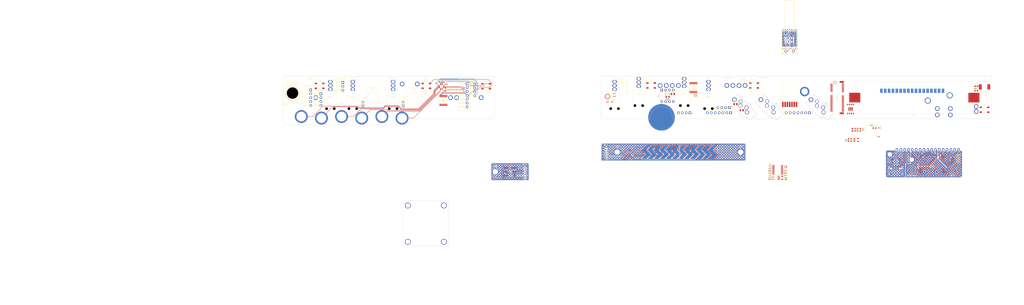
<source format=kicad_pcb>
(kicad_pcb (version 20211014) (generator pcbnew)
  (layers (0 "F.Cu" signal) (31 "B.Cu" signal) (34 "B.Paste" user) (35 "F.Paste" user) (36 "B.SilkS" user "B.Silkscreen") (37 "F.SilkS" user "F.Silkscreen") (38 "B.Mask" user) (39 "F.Mask" user) (44 "Edge.Cuts" user))
  (net 0 "")
  (net 5 "Net-(C10-Pad1)")
  (net 6 "/MainBoard/power/batt+")
  (net 7 "/MainBoard/main_gnd")
  (net 8 "/MainBoard/main_3v3")
  (net 9 "Net-(C2-Pad1)")
  (net 10 "/LHBoard/lh_gnd")
  (net 11 "Net-(C15-Pad1)")
  (net 12 "Net-(D6-Pad2)")
  (net 13 "Net-(D1-Pad2)")
  (net 14 "Net-(D1-Pad1)")
  (net 15 "Net-(R1-Pad2)")
  (net 16 "Net-(R2-Pad2)")
  (net 17 "Net-(R3-Pad2)")
  (net 18 "Net-(R5-Pad1)")
  (net 19 "Net-(R4-Pad1)")
  (net 20 "Net-(C4-Pad1)")
  (net 21 "Net-(C4-Pad2)")
  (net 22 "Net-(IC2-Pad5)")
  (net 23 "Net-(IC2-Pad7)")
  (net 24 "Net-(C5-Pad2)")
  (net 25 "Net-(IC1-Pad4)")
  (net 26 "Net-(IC1-Pad5)")
  (net 27 "Net-(IC1-Pad6)")
  (net 28 "Net-(IC1-Pad7)")
  (net 29 "/MainBoard/DAC/Lout")
  (net 30 "/MainBoard/DAC/D3v3")
  (net 31 "/MainBoard/DAC/Rout")
  (net 32 "/MainBoard/DAC/a3v3")
  (net 33 "/MainBoard/main_5v")
  (net 34 "/MainBoard/power/5v reg out")
  (net 35 "Net-(C19-Pad1)")
  (net 36 "Net-(C27-Pad1)")
  (net 37 "/LHBoard/lh_3v3")
  (net 38 "Net-(C31-Pad1)")
  (net 39 "/Pitchboard/pitch_gnd")
  (net 42 "/Pitchboard/pitch_3v3")
  (net 44 "Net-(C5-Pad1)")
  (net 45 "/MainBoard/TX2_WS2812_DATA")
  (net 46 "Net-(D7-Pad2)")
  (net 47 "Net-(D17-Pad2)")
  (net 48 "/MainBoard/main usb 5v in")
  (net 49 "/USBSocket/GND_USB")
  (net 50 "/USBSocket/usb bus 5v in")
  (net 51 "/USBSocket/USB data in +")
  (net 52 "/USBSocket/USB data in -")
  (net 53 "/microSD/sdio_cs")
  (net 54 "Net-(D16-Pad2)")
  (net 55 "Net-(D25-Pad2)")
  (net 56 "/MainBoard/i2c0_scl")
  (net 57 "/MainBoard/i2c0_sda")
  (net 58 "Net-(IC3-Pad4)")
  (net 59 "Net-(IC3-Pad5)")
  (net 60 "Net-(IC3-Pad6)")
  (net 61 "Net-(IC3-Pad7)")
  (net 62 "Net-(IC3-Pad9)")
  (net 63 "Net-(IC3-Pad10)")
  (net 64 "Net-(IC3-Pad11)")
  (net 65 "/MainBoard/ws2812 data out to LH")
  (net 67 "/LHBoard/lh_sck")
  (net 68 "/LHBoard/lh_sda")
  (net 70 "Net-(J3-Pad4)")
  (net 72 "Net-(J4-Pad2)")
  (net 74 "Net-(J4-Pad4)")
  (net 76 "Net-(J5-PadA5)")
  (net 77 "/MainBoard/USB data in +")
  (net 78 "/MainBoard/USB data in -")
  (net 79 "Net-(J5-PadB5)")
  (net 80 "Net-(J8-Pad2)")
  (net 81 "Net-(J8-Pad3)")
  (net 82 "Net-(J8-Pad4)")
  (net 83 "Net-(J8-Pad5)")
  (net 84 "Net-(J8-Pad6)")
  (net 85 "Net-(J8-Pad7)")
  (net 86 "Net-(J8-Pad8)")
  (net 87 "Net-(J8-Pad9)")
  (net 88 "Net-(J8-Pad10)")
  (net 89 "Net-(J8-Pad11)")
  (net 91 "/MainBoard/sdio_cs")
  (net 92 "/MainBoard/sdio_mosi")
  (net 93 "/MainBoard/sdio_clock")
  (net 94 "/MainBoard/sdio_miso")
  (net 97 "/MainBoard/DAC/AGND")
  (net 100 "/MainBoard/i2s_lrck")
  (net 101 "/MainBoard/i2s_din")
  (net 102 "/MainBoard/i2s_bck")
  (net 103 "/MainBoard/RX1=MIDI IN")
  (net 104 "/MainBoard/TX1=MIDI OUT")
  (net 105 "/microSD/sdio_mosi")
  (net 106 "Net-(R15-Pad1)")
  (net 107 "Net-(R16-Pad1)")
  (net 108 "Net-(R19-Pad1)")
  (net 109 "Net-(R20-Pad1)")
  (net 110 "Net-(R35-Pad1)")
  (net 111 "Net-(R36-Pad1)")
  (net 112 "/LHBoard/encoder SW")
  (net 113 "/LHBoard/encoder B")
  (net 114 "/LHBoard/encoder A")
  (net 115 "/PressureBoard/pressure_gnd")
  (net 116 "/PressureBoard/pressure_3v3")
  (net 119 "/PressureBoard/pressure_sda")
  (net 120 "/PressureBoard/pressure_sck")
  (net 125 "/microSD/3v3")
  (net 134 "/MainBoard/ENC_A")
  (net 136 "/MainBoard/ENC_B")
  (net 138 "/MainBoard/oled_dc")
  (net 140 "/MainBoard/oled_res")
  (net 145 "/MainBoard/oled_cs")
  (net 146 "/MainBoard/spi0_sck")
  (net 148 "/MainBoard/spi0_sda")
  (net 164 "Net-(J6-Pad1)")
  (net 165 "Net-(J6-Pad2)")
  (net 166 "Net-(J6-Pad3)")
  (net 167 "Net-(J6-Pad4)")
  (net 176 "Net-(J18-Pad1)")
  (net 177 "Net-(J18-Pad2)")
  (net 178 "Net-(J18-Pad3)")
  (net 179 "Net-(J18-Pad4)")
  (net 180 "Net-(U10-Pad12)")
  (net 181 "Net-(U10-Pad13)")
  (net 182 "Net-(U10-Pad14)")
  (net 183 "Net-(U10-Pad15)")
  (net 184 "Net-(U10-Pad16)")
  (net 185 "Net-(U10-Pad17)")
  (net 188 "/Pitchboard/pitch_sck")
  (net 189 "/Pitchboard/pitch_sda")
  (net 192 "Net-(U13-Pad2)")
  (net 193 "Net-(U13-Pad3)")
  (net 194 "Net-(U13-Pad7)")
  (net 195 "Net-(U13-Pad8)")
  (net 196 "Net-(J15-Pad3)")
  (net 197 "Net-(U13-Pad5)")
  (net 198 "Net-(U13-Pad6)")
  (net 199 "Net-(J15-Pad4)")
  (net 200 "/LHBoard/ws2812 data from main")
  (net 202 "/microSD/sdio_clock")
  (net 203 "/microSD/gnd")
  (net 204 "/microSD/sdio_miso")
  (net 205 "Net-(SW1-Pad2)")
  (net 206 "Net-(J13-Pad12)")
  (net 207 "Net-(J13-Pad13)")
  (net 208 "Net-(J13-Pad14)")
  (net 209 "/MainBoard/main_batt_key_1")
  (net 210 "/MainBoard/main_program_switch_1")
  (net 211 "/MainBoard/main_batt_led1")
  (net 212 "/MainBoard/main_batt_led2")
  (net 213 "/MainBoard/main_batt_led3")
  (net 214 "Net-(D2-Pad1)")
  (net 215 "Net-(D2-Pad2)")
  (net 216 "Net-(D4-Pad2)")
  (net 217 "/POT GND")
  (footprint "Resistor_SMD:R_0402_1005Metric" (layer "F.Cu") (at -237.361132 229.606076 -90)
    (fp_text reference "R17")
    (fp_text value "4.7k")
  )
  (footprint "Capacitor_SMD:C_0402_1005Metric" (layer "F.Cu") (at -116.561132 251.206076)
    (fp_text reference "C16")
    (fp_text value "10uF")
  )
  (footprint "Capacitor_SMD:C_0402_1005Metric" (layer "F.Cu") (at -284.439196 271.397034 180)
    (fp_text reference "C31" hide)
    (fp_text value "0.1uF")
  )
  (footprint "Capacitor_SMD:C_0402_1005Metric" (layer "F.Cu") (at -403.176696 226.997034)
    (fp_text reference "C29")
    (fp_text value "0.1uF")
  )
  (footprint "MountingHole:MountingHole_2.7mm_M2.5" (layer "F.Cu") (at -201.251696 231.197034)
    (fp_text reference "H7")
    (fp_text value "MountingHole")
  )
  (footprint "MountingHole:MountingHole_2.7mm_M2.5" (layer "F.Cu") (at -208.139196 267.197034)
    (fp_text reference "H3")
    (fp_text value "MountingHole")
  )
  (footprint "Resistor_SMD:R_0402_1005Metric" (layer "F.Cu") (at -188.861132 281.406076)
    (fp_text reference "R5")
    (fp_text value "470R")
  )
  (footprint "clarinoid2:MB2511S2G45" (layer "F.Cu") (at -291.389196 225.762034)
    (fp_text reference "SW2")
    (fp_text value "sw_RHx1")
  )
  (footprint "SamacSys_Parts:SOP65P640X110-16N" (layer "F.Cu") (at -404.376696 233.097034 90)
    (fp_text reference "IC3")
    (fp_text value "PCA9554APW,118" hide)
  )
  (footprint "SamacSys_Parts:ABPMAND001PG2A3" (layer "F.Cu") (at -360.341025 280.113183 -90)
    (fp_text reference "U1")
    (fp_text value "Pressure1_0x28_I2C0" hide)
  )
  (footprint "Capacitor_SMD:C_0603_1608Metric" (layer "F.Cu") (at -129.161132 252.406076 -90)
    (fp_text reference "C25")
    (fp_text value "22uF")
  )
  (footprint "SamacSys_Parts:PTR902-2020K-A103" (layer "F.Cu") (at -175.861132 186.881076 90)
    (fp_text reference "U13")
    (fp_text value "stereo pot w switch sub-board" hide)
  )
  (footprint "Connector_PinHeader_2.54mm:PinHeader_1x05_P2.54mm_Vertical" (layer "F.Cu") (at -491.975915 226.140034)
    (fp_text reference "J21" hide)
    (fp_text value "encoder header")
  )
  (footprint "Capacitor_SMD:C_0402_1005Metric" (layer "F.Cu") (at -186.661132 283.606076)
    (fp_text reference "C13")
    (fp_text value "0.1uF")
  )
  (footprint "Capacitor_SMD:C_0603_1608Metric" (layer "F.Cu") (at -130.961132 252.381076 -90)
    (fp_text reference "C24")
    (fp_text value "22uF")
  )
  (footprint "Resistor_SMD:R_0402_1005Metric" (layer "F.Cu") (at -117.061132 257.006076)
    (fp_text reference "R11")
    (fp_text value "10k")
  )
  (footprint "NetTie:NetTie-2_SMD_Pad0.5mm" (layer "F.Cu") (at -178.261132 285.306076)
    (fp_text reference "NT2")
    (fp_text value "NetTie_2")
  )
  (footprint "clarinoid2:SSD1306_128x64_approximate" (layer "F.Cu") (at -460.266132 300.001076)
    (fp_text reference "U17" hide)
    (fp_text value "OLED graphic")
  )
  (footprint "clarinoid2:Bourns_POT_PTR902-2020K-A103 Panel subboard template" (layer "F.Cu") (at -173.361132 191.881076)
    (fp_text reference "U14")
    (fp_text value "stereo pot subboard template")
  )
  (footprint "SamacSys_Parts:SOIC127P599X155-9N" (layer "F.Cu") (at -135.551696 238.706076 -90)
    (fp_text reference "IC2")
    (fp_text value "Injoinic IP5306 battery charge" hide)
  )
  (footprint "Package_TO_SOT_SMD:SOT-23-5" (layer "F.Cu") (at -131.961132 259.106076)
    (fp_text reference "U7")
    (fp_text value "TLV75733PDBV")
  )
  (footprint "Capacitor_SMD:C_0402_1005Metric" (layer "F.Cu") (at -188.661132 282.806076)
    (fp_text reference "C7")
    (fp_text value "10uF")
  )
  (footprint "MountingHole:MountingHole_2.7mm_M2.5" (layer "F.Cu") (at -46.251696 231.197034)
    (fp_text reference "H5")
    (fp_text value "MountingHole")
  )
  (footprint "Package_TO_SOT_SMD:SOT-23-5" (layer "F.Cu") (at -181.861132 284.106076)
    (fp_text reference "U5")
    (fp_text value "TLV75533PDBV")
  )
  (footprint "Capacitor_SMD:C_0402_1005Metric" (layer "F.Cu") (at -178.961132 277.006076 90)
    (fp_text reference "C12")
    (fp_text value "10uF")
  )
  (footprint "clarinoid2:MB2511S2G45" (layer "F.Cu") (at -464.176696 225.762034)
    (fp_text reference "SW11")
    (fp_text value "SW_x2")
  )
  (footprint "Resistor_SMD:R_0402_1005Metric" (layer "F.Cu") (at -53.361132 225.206076 180)
    (fp_text reference "R12" hide)
    (fp_text value "0.5R")
  )
  (footprint "LED_SMD:LED_0402_1005Metric" (layer "F.Cu") (at -68.139196 273.697034)
    (fp_text reference "D2" hide)
    (fp_text value "25%")
  )
  (footprint "Capacitor_SMD:C_0402_1005Metric" (layer "F.Cu") (at -179.161132 279.806076 -90)
    (fp_text reference "C5")
    (fp_text value "2.2uF")
  )
  (footprint "LED_SMD:LED_WS2812B_PLCC4_5.0x5.0mm_P3.2mm" (layer "F.Cu") (at -47.139196 239.197034)
    (fp_text reference "D6")
    (fp_text value "WS2812B")
  )
  (footprint "Battery:BatteryHolder_Keystone_1042_1x18650" (layer "F.Cu") (at -93.469196 231.197034 180)
    (fp_text reference "BT1")
    (fp_text value "Battery_Cell")
  )
  (footprint "clarinoid2:solder point DIP 1x2" (layer "F.Cu") (at -457.475915 235.472523 90)
    (fp_text reference "SW7")
    (fp_text value "SW_OK")
  )
  (footprint "Connector_PinHeader_2.54mm:PinHeader_1x04_P2.54mm_Vertical" (layer "F.Cu") (at -241.594196 241.197034 -90)
    (fp_text reference "J7")
    (fp_text value "I2C HEADER main to PITCH")
  )
  (footprint "Resistor_SMD:R_0402_1005Metric" (layer "F.Cu") (at -291.531132 230.406076)
    (fp_text reference "R15")
    (fp_text value "10k")
  )
  (footprint "clarinoid2:USB_C_Receptacle_XKB_U262-16XN-4BVC11" (layer "F.Cu") (at -105.789196 280.522034)
    (fp_text reference "J5" hide)
    (fp_text value "XKB_U262-16XN-4BVC11 USB-C recept")
  )
  (footprint "Resistor_SMD:R_0402_1005Metric" (layer "F.Cu") (at -188.861132 284.106076)
    (fp_text reference "R2")
    (fp_text value "22R")
  )
  (footprint "clarinoid2:MB2511S4W01-BC" (layer "F.Cu") (at -424.276696 230.697034)
    (fp_text reference "U16")
    (fp_text value "BACK cutout")
  )
  (footprint "MountingHole:MountingHole_2.7mm_M2.5" (layer "F.Cu") (at -370.154025 280.113183)
    (fp_text reference "H8")
    (fp_text value "MountingHole")
  )
  (footprint "Capacitor_SMD:C_0402_1005Metric" (layer "F.Cu") (at -295.941132 234.006076)
    (fp_text reference "C27")
    (fp_text value "0.1uF")
  )
  (footprint "Connector_PinHeader_2.54mm:PinHeader_1x07_P2.54mm_Vertical" (layer "F.Cu") (at -214.769196 241.197034 -90)
    (fp_text reference "J9")
    (fp_text value "OLED_HEADER")
  )
  (footprint "Capacitor_SMD:C_0603_1608Metric" (layer "F.Cu") (at -135.161132 259.106076 -90)
    (fp_text reference "C23")
    (fp_text value "0.1uF")
  )
  (footprint "Capacitor_SMD:C_0402_1005Metric" (layer "F.Cu") (at -178.641132 281.206076)
    (fp_text reference "C4")
    (fp_text value "2.2uF")
  )
  (footprint "Resistor_SMD:R_0402_1005Metric" (layer "F.Cu") (at -188.761132 278.206076)
    (fp_text reference "R1")
    (fp_text value "22R")
  )
  (footprint "Diode_SMD:D_SOD-323" (layer "F.Cu") (at -256.389196 228.722034)
    (fp_text reference "D1")
    (fp_text value "1N4148WS")
  )
  (footprint "Connector_PinHeader_2.54mm:PinHeader_1x07_P2.54mm_Vertical" (layer "F.Cu") (at -162.769196 241.197034 -90)
    (fp_text reference "J12")
    (fp_text value "main header multi to LH")
  )
  (footprint "clarinoid2:MB2511S2G45" (layer "F.Cu") (at -229.389196 225.762034)
    (fp_text reference "SW5")
    (fp_text value "sw_RHx4")
  )
  (footprint "Capacitor_SMD:C_0402_1005Metric" (layer "F.Cu") (at -256.409196 232.322034)
    (fp_text reference "C14")
    (fp_text value "0.1uF")
  )
  (footprint "clarinoid2:MB2511S2G45" (layer "F.Cu") (at -245.389196 223.762034)
    (fp_text reference "SW4")
    (fp_text value "sw_RHx3")
  )
  (footprint "Capacitor_SMD:C_0402_1005Metric" (layer "F.Cu") (at -121.661132 249.506076)
    (fp_text reference "C15")
    (fp_text value "10uF")
  )
  (footprint "clarinoid2:Sinhoo SMTSO2530CTJ" (layer "F.Cu") (at -165.901696 227.197034)
    (fp_text reference "H1")
    (fp_text value "M.2 riser 2.5mm")
  )
  (footprint "LED_SMD:LED_WS2812B_PLCC4_5.0x5.0mm_P3.2mm" (layer "F.Cu") (at -267.251696 223.197034)
    (fp_text reference "D8")
    (fp_text value "WS2812B")
  )
  (footprint "Capacitor_SMD:C_0603_1608Metric" (layer "F.Cu") (at -136.961132 259.106076 -90)
    (fp_text reference "C20")
    (fp_text value "0.22uF")
  )
  (footprint "Resistor_SMD:R_0402_1005Metric" (layer "F.Cu") (at -402.776696 225.507034 -90)
    (fp_text reference "R35")
    (fp_text value "10k")
  )
  (footprint "MountingHole:MountingHole_2.7mm_M2.5" (layer "F.Cu") (at -471.589196 231.202034)
    (fp_text reference "H9")
    (fp_text value "MountingHole")
  )
  (footprint "clarinoid2:SOFNG TF-15x15 (LCSC C111196)" (layer "F.Cu") (at -81.629196 276.322034)
    (fp_text reference "J11")
    (fp_text value "microSD SOFNG TF-15x15" hide)
  )
  (footprint "Resistor_SMD:R_0805_2012Metric" (layer "F.Cu") (at -256.376696 230.722034)
    (fp_text reference "R7")
    (fp_text value "470R")
  )
  (footprint "Capacitor_SMD:C_0402_1005Metric" (layer "F.Cu") (at -188.261132 279.806076 90)
    (fp_text reference "C10")
    (fp_text value "0.1uF")
  )
  (footprint "Resistor_SMD:R_0805_2012Metric" (layer "F.Cu") (at -252.889196 228.822034)
    (fp_text reference "R6")
    (fp_text value "220R")
  )
  (footprint "Capacitor_SMD:C_0603_1608Metric" (layer "F.Cu") (at -132.561132 252.406076 -90)
    (fp_text reference "C22")
    (fp_text value "22uF")
  )
  (footprint "clarinoid2:Bourns_POT_PTR902-2020K-A103 Panel interconnect" (layer "F.Cu") (at -175.751696 226.197034)
    (fp_text reference "J15")
    (fp_text value "StereoPot_SW_CommonAudioGND")
  )
  (footprint "Resistor_SMD:R_0402_1005Metric" (layer "F.Cu") (at -282.539196 267.697034 90)
    (fp_text reference "R19" hide)
    (fp_text value "10k")
  )
  (footprint "Capacitor_SMD:C_0402_1005Metric" (layer "F.Cu") (at -402.476696 222.297034)
    (fp_text reference "C2")
    (fp_text value "0.1uF")
  )
  (footprint "Capacitor_SMD:C_0603_1608Metric" (layer "F.Cu") (at -134.361132 252.406076 -90)
    (fp_text reference "C18")
    (fp_text value "22uF")
  )
  (footprint "Capacitor_SMD:C_0402_1005Metric" (layer "F.Cu") (at -188.561132 276.906076)
    (fp_text reference "C9")
    (fp_text value "2.2uF")
  )
  (footprint "clarinoid2:Teensy_4.0_MicroMod outline fab" (layer "F.Cu") (at -148.401696 228.497034 180)
    (fp_text reference "U3" hide)
    (fp_text value "Micromod outline" hide)
  )
  (footprint "MountingHole:MountingHole_2.7mm_M2.5" (layer "F.Cu") (at -416.376696 231.202523)
    (fp_text reference "H11")
    (fp_text value "MountingHole")
  )
  (footprint "clarinoid2:clarinoid 3 main sd interconnect castellated interconnect 17p" (layer "F.Cu") (at -104.939196 265.697034 90)
    (fp_text reference "J13" hide)
    (fp_text value "clarinoid3 main usb interconnect 12p" hide)
  )
  (footprint "Capacitor_SMD:C_0603_1608Metric" (layer "F.Cu") (at -52.561132 226.606076)
    (fp_text reference "C21")
    (fp_text value "22uF")
  )
  (footprint "Connector_PinHeader_2.54mm:PinHeader_1x04_P2.54mm_Vertical" (layer "F.Cu") (at -350.589196 276.322034)
    (fp_text reference "J1")
    (fp_text value "header i2c pressure")
  )
  (footprint "clarinoid2:Inductor_MCS0630-1R0MN2" (layer "F.Cu") (at -47.139196 227.512034)
    (fp_text reference "L1")
    (fp_text value "1uH")
  )
  (footprint "LED_SMD:LED_WS2812B_PLCC4_5.0x5.0mm_P3.2mm" (layer "F.Cu") (at -376.126696 223.662034)
    (fp_text reference "D16")
    (fp_text value "WS2812B")
  )
  (footprint "Resistor_SMD:R_0805_2012Metric" (layer "F.Cu") (at -207.376696 239.522034)
    (fp_text reference "R9")
    (fp_text value "47R")
  )
  (footprint "Resistor_SMD:R_0402_1005Metric" (layer "F.Cu") (at -282.439196 271.197034 90)
    (fp_text reference "R20" hide)
    (fp_text value "75k")
  )
  (footprint "NetTie:NetTie-2_SMD_Pad0.5mm" (layer "F.Cu") (at -178.461132 284.106076)
    (fp_text reference "NT1")
    (fp_text value "NetTie_2")
  )
  (footprint "Connector_PinHeader_2.54mm:PinHeader_1x04_P2.54mm_Vertical" (layer "F.Cu") (at -215.594196 237.814534 -90)
    (fp_text reference "J6")
    (fp_text value "RH touch keys header")
  )
  (footprint "clarinoid2:XKB switch jlcpcb SW_TS-1187A-B-A-B" (layer "F.Cu") (at -95.139196 278.697034 180)
    (fp_text reference "SW6" hide)
    (fp_text value "sw_program")
  )
  (footprint "LED_SMD:LED_WS2812B_PLCC4_5.0x5.0mm_P3.2mm" (layer "F.Cu") (at -199.251696 223.197034)
    (fp_text reference "D7")
    (fp_text value "WS2812B")
  )
  (footprint "Connector_PinHeader_2.54mm:PinHeader_1x04_P2.54mm_Vertical" (layer "F.Cu") (at -383.655477 222.330034)
    (fp_text reference "J18" hide)
    (fp_text value "header lh_keys")
  )
  (footprint "Capacitor_SMD:C_0402_1005Metric" (layer "F.Cu") (at -189.461132 279.806076 -90)
    (fp_text reference "C11")
    (fp_text value "0.1uF")
  )
  (footprint "Capacitor_SMD:C_0402_1005Metric" (layer "F.Cu") (at -186.861132 285.006076)
    (fp_text reference "C8")
    (fp_text value "10uF")
  )
  (footprint "MountingHole:MountingHole_2.7mm_M2.5" (layer "F.Cu") (at -289.639196 267.197034)
    (fp_text reference "H2")
    (fp_text value "MountingHole")
  )
  (footprint "LED_SMD:LED_0402_1005Metric" (layer "F.Cu") (at -68.139196 269.197034)
    (fp_text reference "D5" hide)
    (fp_text value "100%")
  )
  (footprint "MountingHole:MountingHole_2.7mm_M2.5" (layer "F.Cu") (at -283.251696 231.197034)
    (fp_text reference "H4")
    (fp_text value "MountingHole")
  )
  (footprint "Resistor_SMD:R_0805_2012Metric" (layer "F.Cu") (at -107.659196 273.197034 -90)
    (fp_text reference "R14" hide)
    (fp_text value "5.1k")
  )
  (footprint "Package_SO:TSSOP-20_4.4x6.5mm_P0.65mm" (layer "F.Cu") (at -183.661132 278.906076 180)
    (fp_text reference "U4")
    (fp_text value "PCM5102A")
  )
  (footprint "LED_SMD:LED_WS2812B_PLCC4_5.0x5.0mm_P3.2mm" (layer "F.Cu") (at -486.126696 223.447034)
    (fp_text reference "D25")
    (fp_text value "WS2812B")
  )
  (footprint "MountingHole:MountingHole_2.7mm_M2.5" (layer "F.Cu") (at -374.626696 231.202523)
    (fp_text reference "H10")
    (fp_text value "MountingHole")
  )
  (footprint "clarinoid2:Bourns_ENC_PEC11R-4215F-S0024 panel cutout shaft downward" (layer "F.Cu") (at -503.989196 228.202523)
    (fp_text reference "U18")
    (fp_text value "encoder cutout")
  )
  (footprint "Resistor_SMD:R_0402_1005Metric" (layer "F.Cu") (at -238.461132 229.606076 -90)
    (fp_text reference "R18")
    (fp_text value "4.7k")
  )
  (footprint "clarinoid2:solder point DIP 1x2" (layer "F.Cu") (at -430.975915 235.432523 90)
    (fp_text reference "SW9")
    (fp_text value "SW_BACK")
  )
  (footprint "Connector_PinHeader_2.54mm:PinHeader_1x07_P2.54mm_Vertical" (layer "F.Cu") (at -388.735477 222.076034)
    (fp_text reference "J10" hide)
    (fp_text value "LH header multi to main")
  )
  (footprint "clarinoid2:XKB switch jlcpcb SW_TS-1187A-B-A-B" (layer "F.Cu") (at -68.139196 278.697034)
    (fp_text reference "SW1" hide)
    (fp_text value "sw_batteryindicator")
  )
  (footprint "LED_SMD:LED_0402_1005Metric" (layer "F.Cu") (at -68.139196 272.197034)
    (fp_text reference "D3" hide)
    (fp_text value "50%")
  )
  (footprint "Resistor_SMD:R_0402_1005Metric" (layer "F.Cu") (at -291.531132 228.416076)
    (fp_text reference "R16")
    (fp_text value "75k")
  )
  (footprint "Connector_PinHeader_2.54mm:PinHeader_1x04_P2.54mm_Vertical" (layer "F.Cu") (at -485.255477 228.680034)
    (fp_text reference "J14" hide)
    (fp_text value "header_i2c_lh to pressure")
  )
  (footprint "Package_DFN_QFN:UQFN-20_3x3mm_P0.4mm" (layer "F.Cu") (at -279.639196 269.197034)
    (fp_text reference "U11" hide)
    (fp_text value "MPR121, 0x5A")
  )
  (footprint "Connector_PinHeader_2.54mm:PinHeader_1x04_P2.54mm_Vertical" (layer "F.Cu") (at -296.839196 263.397034)
    (fp_text reference "J2")
    (fp_text value "lh_header_i2c_main")
  )
  (footprint "Connector_PinHeader_2.54mm:PinHeader_1x03_P2.54mm_Vertical" (layer "F.Cu") (at -470.777477 221.197034)
    (fp_text reference "U9" hide)
    (fp_text value "WS2812_HEADER LH to external")
  )
  (footprint "Capacitor_SMD:C_0402_1005Metric" (layer "F.Cu") (at -282.039196 266.197034)
    (fp_text reference "C32" hide)
    (fp_text value "0.1uF")
  )
  (footprint "clarinoid2:MB2511S2G45" (layer "F.Cu") (at -478.976696 225.762034)
    (fp_text reference "SW12")
    (fp_text value "SW_x3")
  )
  (footprint "Resistor_SMD:R_0805_2012Metric" (layer "F.Cu") (at -211.489196 235.522034)
    (fp_text reference "R8")
    (fp_text value "47R")
  )
  (footprint "Capacitor_SMD:C_0603_1608Metric" (layer "F.Cu") (at -52.561132 223.706076)
    (fp_text reference "C19")
    (fp_text value "22uF")
  )
  (footprint "Capacitor_SMD:C_0402_1005Metric" (layer "F.Cu") (at -138.561132 259.306076 -90)
    (fp_text reference "C17")
    (fp_text value "10uF")
  )
  (footprint "Capacitor_SMD:C_0402_1005Metric" (layer "F.Cu") (at -177.861132 276.906076 90)
    (fp_text reference "C3")
    (fp_text value "0.1uF")
  )
  (footprint "Resistor_SMD:R_0402_1005Metric" (layer "F.Cu") (at -404.476696 221.297034)
    (fp_text reference "R36")
    (fp_text value "75k")
  )
  (footprint "Capacitor_SMD:C_0402_1005Metric" (layer "F.Cu") (at -178.161132 279.506076 90)
    (fp_text reference "C1")
    (fp_text value "10uF")
  )
  (footprint "Resistor_SMD:R_0402_1005Metric" (layer "F.Cu") (at -188.661132 275.606076)
    (fp_text reference "R3")
    (fp_text value "22R")
  )
  (footprint "clarinoid2:MB2511S2G45" (layer "F.Cu") (at -275.389196 223.762034)
    (fp_text reference "SW3")
    (fp_text value "sw_RHx2")
  )
  (footprint "Capacitor_SMD:C_0402_1005Metric" (layer "F.Cu") (at -127.361132 252.306076 -90)
    (fp_text reference "C26")
    (fp_text value "0.1uF")
  )
  (footprint "Resistor_SMD:R_0603_1608Metric" (layer "F.Cu") (at -119.861132 251.306076)
    (fp_text reference "R10")
    (fp_text value "2R")
  )
  (footprint "SamacSys_Parts:21992304" (layer "F.Cu") (at -144.251696 231.197034 -90)
    (fp_text reference "U2")
    (fp_text value "APCI0108-P001A Teensy_4.0_MicroMod" hide)
  )
  (footprint "Resistor_SMD:R_0805_2012Metric" (layer "F.Cu") (at -103.551696 273.197034 -90)
    (fp_text reference "R13" hide)
    (fp_text value "5.1k")
  )
  (footprint "LED_SMD:LED_WS2812B_PLCC4_5.0x5.0mm_P3.2mm" (layer "F.Cu") (at -415.626696 223.447034)
    (fp_text reference "D17")
    (fp_text value "WS2812B")
  )
  (footprint "Package_DFN_QFN:UQFN-20_3x3mm_P0.4mm" (layer "F.Cu") (at -296.041132 230.506076)
    (fp_text reference "U8")
    (fp_text value "MPR121, 0x5A")
  )
  (footprint "Capacitor_SMD:C_0402_1005Metric" (layer "F.Cu") (at -188.961132 285.206076)
    (fp_text reference "C6")
    (fp_text value "2.2uF")
  )
  (footprint "Resistor_SMD:R_0402_1005Metric" (layer "F.Cu") (at -178.561132 282.606076 180)
    (fp_text reference "R4" hide)
    (fp_text value "470R")
  )
  (footprint "clarinoid2:MB2511S4W01-BC" (layer "F.Cu") (at -450.876696 230.697034)
    (fp_text reference "U15")
    (fp_text value "OK cutout")
  )
  (footprint "Capacitor_SMD:C_0402_1005Metric" (layer "F.Cu") (at -292.961132 234.106076)
    (fp_text reference "C28")
    (fp_text value "0.1uF")
  )
  (footprint "SamacSys_Parts:SOP65P640X110-16N" (layer "F.Cu") (at -239.37709 224.578012 -90)
    (fp_text reference "IC1")
    (fp_text value "PCA9554APW,118" hide)
  )
  (footprint "clarinoid2:MB2511S2G45" (layer "F.Cu") (at -437.576696 225.762034)
    (fp_text reference "SW10")
    (fp_text value "SW_x1")
  )
  (footprint "Package_DFN_QFN:UQFN-20_3x3mm_P0.4mm" (layer "F.Cu") (at -405.626696 223.947034 180)
    (fp_text reference "U10")
    (fp_text value "MPR121, 0x5A")
  )
  (footprint "LED_SMD:LED_0402_1005Metric" (layer "F.Cu") (at -68.139196 270.697034)
    (fp_text reference "D4" hide)
    (fp_text value "75%")
  )
  (footprint "clarinoid2:SWITCHCRAFT_35RAPC4BV4" (layer "B.Cu") (at -206.594842 238.197034 135)
    (fp_text reference "J4")
    (fp_text value "MIDI OUT")
  )
  (footprint "clarinoid2:SWITCHCRAFT_35RAPC4BV4" (layer "B.Cu") (at -189.094842 238.197034 135)
    (fp_text reference "J3")
    (fp_text value "MIDI IN")
  )
  (footprint "CapTouchSliders:CaptouchSlider_Masked_H3x3_A1.0mm_x12" (layer "B.Cu") (at -223.540174 269.697034 180)
    (fp_text reference "J8")
    (fp_text value "CapTouchSlider3")
  )
  (footprint "clarinoid2:CLARINOID_M6_6OCTAVES_p13.3_offset1.0mm" (layer "B.Cu") (at -431.689196 244.697034 180)
    (fp_text reference "U12")
    (fp_text value "octave_keys_6")
  )
  (footprint "Package_DIP:DIP-8_W7.62mm" (layer "B.Cu") (at -260.251696 226.197034 -90)
    (fp_text reference "U6")
    (fp_text value "6N138")
  )
  (footprint "clarinoid2:SWITCHCRAFT_35RAPC4BV4" (layer "B.Cu") (at -156.094842 238.197034 135)
    (fp_text reference "J16")
    (fp_text value "AudioOut")
  )
  (footprint "clarinoid2:clarinoid 3 main sd interconnect SM interconnect 17p" (layer "B.Cu") (at -74.579196 226.697034 90)
    (fp_text reference "J17" hide)
    (fp_text value "clarinoid3 main usb interconnect 12p")
  )
  (gr_circle (center -145.901696 221.197034) (end -144.901696 221.197034) (layer "F.Cu") (width 0.2) (fill none))
  (gr_circle (center -260.394196 244.197034) (end -251.594196 244.197034) (layer "B.Cu") (width 0) (fill solid))
  (gr_line (start -289.639196 217.322034) (end -289.639196 220.197034) (layer "F.SilkS") (width 0.15))
  (gr_line (start -491.639196 217.197034) (end -491.639196 219.897034) (layer "F.SilkS") (width 0.15))
  (gr_rect (start -394.626696 218.662034) (end -386.626696 239.464034) (layer "F.SilkS") (width 0.15) (fill none))
  (gr_rect (start -435.439196 217.697034) (end -441.839196 219.097034) (layer "F.SilkS") (width 0.15) (fill none))
  (gr_rect (start -488.439196 217.697034) (end -494.839196 219.097034) (layer "F.SilkS") (width 0.15) (fill none))
  (gr_rect (start -476.126696 218.291034) (end -468.626696 227.791034) (layer "F.SilkS") (width 0.15) (fill none))
  (gr_line (start -472.126696 218.197034) (end -471.126696 218.197034) (layer "F.SilkS") (width 0.15))
  (gr_line (start -193.589196 217.322034) (end -193.589196 219.097034) (layer "F.SilkS") (width 0.15))
  (gr_line (start -201.251696 217.322034) (end -201.251696 231.197034) (layer "F.SilkS") (width 0.15))
  (gr_line (start -416.376696 231.197034) (end -416.376696 217.197034) (layer "F.SilkS") (width 0.15))
  (gr_line (start -216.589196 217.322034) (end -216.589196 219.097034) (layer "F.SilkS") (width 0.15))
  (gr_line (start -272.339196 217.322034) (end -272.339196 219.897034) (layer "F.SilkS") (width 0.15))
  (gr_rect (start -459.439196 217.697034) (end -465.839196 219.097034) (layer "F.SilkS") (width 0.15) (fill none))
  (gr_line (start -374.626696 231.197034) (end -374.626696 217.197034) (layer "F.SilkS") (width 0.15))
  (gr_rect (start -241.139196 217.462034) (end -247.539196 219.862034) (layer "F.SilkS") (width 0.15) (fill none))
  (gr_line (start -416.876696 218.197034) (end -415.876696 218.197034) (layer "F.SilkS") (width 0.15))
  (gr_rect (start -190.389196 217.697034) (end -196.789196 218.097034) (layer "F.SilkS") (width 0.15) (fill none))
  (gr_line (start -244.339196 217.322034) (end -244.339196 217.622034) (layer "F.SilkS") (width 0.15))
  (gr_line (start -208.139196 217.322034) (end -208.139196 220.197034) (layer "F.SilkS") (width 0.15))
  (gr_rect (start -213.389196 217.697034) (end -219.789196 218.097034) (layer "F.SilkS") (width 0.15) (fill none))
  (gr_line (start -46.251696 217.322034) (end -46.251696 231.197034) (layer "F.SilkS") (width 0.15))
  (gr_rect (start -489.975915 225.886034) (end -482.975915 238.410034) (layer "F.SilkS") (width 0.15) (fill none))
  (gr_line (start -462.639196 217.397034) (end -462.639196 219.097034) (layer "F.SilkS") (width 0.15))
  (gr_rect (start -495.975915 222.924523) (end -489.975915 237.702523) (layer "F.SilkS") (width 0.15) (fill none))
  (gr_line (start -471.626696 218.697034) (end -471.626696 217.197034) (layer "F.SilkS") (width 0.15))
  (gr_rect (start -269.139196 217.497034) (end -275.539196 219.897034) (layer "F.SilkS") (width 0.15) (fill none))
  (gr_line (start -283.251696 217.322034) (end -283.251696 231.197034) (layer "F.SilkS") (width 0.15))
  (gr_line (start -438.639196 217.197034) (end -438.639196 219.097034) (layer "F.SilkS") (width 0.15))
  (gr_rect (start -386.626696 218.662034) (end -381.626696 231.940034) (layer "F.SilkS") (width 0.15) (fill none))
  (gr_line (start -375.126696 218.197034) (end -374.126696 218.197034) (layer "F.SilkS") (width 0.15))
  (gr_line (start -204.639196 262.197034) (end -204.639196 272.197034) (layer "Edge.Cuts") (width 0.1))
  (gr_line (start -42.339196 217.197034) (end -42.339196 245.197034) (layer "Edge.Cuts") (width 0.1))
  (gr_line (start -427.289196 249.197034) (end -507.789196 249.197034) (layer "Edge.Cuts") (width 0.1))
  (gr_line (start -112.659196 282.697034) (end -112.659196 267.197034) (layer "Edge.Cuts") (width 0.1))
  (gr_arc (start -348.654025 274.113183) (mid -347.946918 274.406076) (end -347.654025 275.113183) (layer "Edge.Cuts") (width 0.1))
  (gr_arc (start -267.394196 244.197034) (mid -267.687089 244.904141) (end -268.394196 245.197034) (layer "Edge.Cuts") (width 0.1))
  (gr_line (start -300.339196 217.197034) (end -42.339196 217.197034) (layer "Edge.Cuts") (width 0.1))
  (gr_arc (start -371.789196 217.197034) (mid -371.082089 217.489927) (end -370.789196 218.197034) (layer "Edge.Cuts") (width 0.1))
  (gr_line (start -510.289196 218.197034) (end -510.289196 246.697034) (layer "Edge.Cuts") (width 0.1))
  (gr_arc (start -181.361132 187.406076) (mid -181.214685 187.052523) (end -180.861132 186.906076) (layer "Edge.Cuts") (width 0.1))
  (gr_line (start -299.339196 261.197034) (end -205.639196 261.197034) (layer "Edge.Cuts") (width 0.1))
  (gr_arc (start -111.159196 284.197034) (mid -112.219856 283.757694) (end -112.659196 282.697034) (layer "Edge.Cuts") (width 0.1))
  (gr_line (start -61.659196 267.197034) (end -61.659196 282.697034) (layer "Edge.Cuts") (width 0.1))
  (gr_arc (start -424.789196 246.697034) (mid -424.349856 245.636374) (end -423.289196 245.197034) (layer "Edge.Cuts") (width 0.1))
  (gr_arc (start -373.154025 275.113183) (mid -372.861132 274.406076) (end -372.154025 274.113183) (layer "Edge.Cuts") (width 0.1))
  (gr_arc (start -300.339196 262.197034) (mid -300.046303 261.489927) (end -299.339196 261.197034) (layer "Edge.Cuts") (width 0.1))
  (gr_line (start -300.339196 272.197034) (end -300.339196 262.197034) (layer "Edge.Cuts") (width 0.1))
  (gr_rect (start -430.861132 299.406076) (end -401.111132 329.406076) (layer "Edge.Cuts") (width 0.1) (fill none))
  (gr_line (start -300.339196 245.197034) (end -300.339196 217.197034) (layer "Edge.Cuts") (width 0.1))
  (gr_line (start -180.861132 186.906076) (end -170.861132 186.906076) (layer "Edge.Cuts") (width 0.1))
  (gr_line (start -181.361132 202.156076) (end -181.361132 187.406076) (layer "Edge.Cuts") (width 0.1))
  (gr_arc (start -170.861132 186.906076) (mid -170.507579 187.052523) (end -170.361132 187.406076) (layer "Edge.Cuts") (width 0.1))
  (gr_line (start -373.154025 285.113183) (end -373.154025 275.113183) (layer "Edge.Cuts") (width 0.1))
  (gr_line (start -424.789196 246.697034) (end -424.789196 246.697034) (layer "Edge.Cuts") (width 0.1))
  (gr_arc (start -63.159196 265.697034) (mid -62.098536 266.136374) (end -61.659196 267.197034) (layer "Edge.Cuts") (width 0.1))
  (gr_arc (start -299.339196 273.197034) (mid -300.046303 272.904141) (end -300.339196 272.197034) (layer "Edge.Cuts") (width 0.1))
  (gr_line (start -42.339196 245.197034) (end -252.394196 245.197034) (layer "Edge.Cuts") (width 0.1))
  (gr_line (start -268.394196 245.197034) (end -300.339196 245.197034) (layer "Edge.Cuts") (width 0.1))
  (gr_arc (start -347.654025 285.113183) (mid -347.946918 285.82029) (end -348.654025 286.113183) (layer "Edge.Cuts") (width 0.1))
  (gr_arc (start -424.789196 246.697034) (mid -425.521429 248.464801) (end -427.289196 249.197034) (layer "Edge.Cuts") (width 0.1))
  (gr_arc (start -507.789196 249.197034) (mid -509.556963 248.464801) (end -510.289196 246.697034) (layer "Edge.Cuts") (width 0.1))
  (gr_line (start -371.789196 245.197034) (end -423.289196 245.197034) (layer "Edge.Cuts") (width 0.1))
  (gr_arc (start -180.861132 202.656076) (mid -181.214685 202.509629) (end -181.361132 202.156076) (layer "Edge.Cuts") (width 0.1))
  (gr_arc (start -205.639196 261.197034) (mid -204.932089 261.489927) (end -204.639196 262.197034) (layer "Edge.Cuts") (width 0.1))
  (gr_arc (start -112.659196 267.197034) (mid -112.219856 266.136374) (end -111.159196 265.697034) (layer "Edge.Cuts") (width 0.1))
  (gr_line (start -509.289196 217.197034) (end -371.789196 217.197034) (layer "Edge.Cuts") (width 0.1))
  (gr_arc (start -252.394196 245.197034) (mid -253.101303 244.904141) (end -253.394196 244.197034) (layer "Edge.Cuts") (width 0.1))
  (gr_line (start -348.654025 286.113183) (end -372.154025 286.113183) (layer "Edge.Cuts") (width 0.1))
  (gr_line (start -370.789196 218.197034) (end -370.789196 244.197034) (layer "Edge.Cuts") (width 0.1))
  (gr_arc (start -170.361132 202.156076) (mid -170.507579 202.509629) (end -170.861132 202.656076) (layer "Edge.Cuts") (width 0.1))
  (gr_line (start -111.159196 265.697034) (end -63.159196 265.697034) (layer "Edge.Cuts") (width 0.1))
  (gr_arc (start -510.289196 218.197034) (mid -509.996303 217.489927) (end -509.289196 217.197034) (layer "Edge.Cuts") (width 0.1))
  (gr_line (start -63.159196 284.197034) (end -111.159196 284.197034) (layer "Edge.Cuts") (width 0.1))
  (gr_arc (start -61.659196 282.697034) (mid -62.098536 283.757694) (end -63.159196 284.197034) (layer "Edge.Cuts") (width 0.1))
  (gr_line (start -205.639196 273.197034) (end -299.339196 273.197034) (layer "Edge.Cuts") (width 0.1))
  (gr_line (start -372.154025 274.113183) (end -348.654025 274.113183) (layer "Edge.Cuts") (width 0.1))
  (gr_line (start -170.861132 202.656076) (end -180.861132 202.656076) (layer "Edge.Cuts") (width 0.1))
  (gr_arc (start -372.154025 286.113183) (mid -372.861132 285.82029) (end -373.154025 285.113183) (layer "Edge.Cuts") (width 0.1))
  (gr_arc (start -204.639196 272.197034) (mid -204.932089 272.904141) (end -205.639196 273.197034) (layer "Edge.Cuts") (width 0.1))
  (gr_line (start -170.361132 187.406076) (end -170.361132 202.156076) (layer "Edge.Cuts") (width 0.1))
  (gr_line (start -347.654025 275.113183) (end -347.654025 285.113183) (layer "Edge.Cuts") (width 0.1))
  (gr_arc (start -370.789196 244.197034) (mid -371.082089 244.904141) (end -371.789196 245.197034) (layer "Edge.Cuts") (width 0.1))
  (gr_arc (start -267.394196 244.197034) (mid -260.394196 237.197034) (end -253.394196 244.197034) (layer "Edge.Cuts") (width 0.1))
  (gr_text "2" (at -385.433477 224.870034) (layer "F.SilkS") (effects (font (size 1 1)) (justify right)))
  (gr_text "GND" (at -487.033477 228.686523) (layer "F.SilkS") (effects (font (size 1 1)) (justify right)))
  (gr_text "SCK" (at -487.033477 236.300034) (layer "F.SilkS") (effects (font (size 1 1)) (justify right)))
  (gr_text "logo" (at -430.475915 231.197034 90) (layer "F.SilkS") (effects (font (size 1 1))))
  (gr_text "3v3" (at -487.033477 231.220034) (layer "F.SilkS") (effects (font (size 1 1)) (justify right)))
  (gr_text "S1" (at -493.891477 233.760034) (layer "F.SilkS") (effects (font (size 1 1)) (justify right)))
  (gr_text "GND" (at -390.513477 222.076034) (layer "F.SilkS") (effects (font (size 1 1)) (justify right)))
  (gr_text "BATT" (at -68.139196 282.697034) (layer "F.SilkS") (effects (font (size 1 1))))
  (gr_text "100%" (at -64.659196 269.197034) (layer "F.SilkS") (effects (font (size 1 1))))
  (gr_text "LED" (at -390.513477 232.236034) (layer "F.SilkS") (effects (font (size 1 1)) (justify right)))
  (gr_text "B" (at -493.891477 231.220034) (layer "F.SilkS") (effects (font (size 1 1)) (justify right)))
  (gr_text "To Main" (at -390.126696 219.662034) (layer "F.SilkS") (effects (font (size 1 1))))
  (gr_text "1" (at -385.433477 222.330034) (layer "F.SilkS") (effects (font (size 1 1)) (justify right)))
  (gr_text "I2C to Pr." (at -483.729915 226.686523) (layer "F.SilkS") (effects (font (size 0.8 0.8)) (justify right)))
  (gr_text "A" (at -493.891477 226.140034) (layer "F.SilkS") (effects (font (size 1 1)) (justify right)))
  (gr_text "4" (at -385.433477 229.950034) (layer "F.SilkS") (effects (font (size 1 1)) (justify right)))
  (gr_text "3v3" (at -390.513477 224.616034) (layer "F.SilkS") (effects (font (size 1 1)) (justify right)))
  (gr_text "keys" (at -383.626696 219.662034) (layer "F.SilkS") (effects (font (size 1 1))))
  (gr_text "3" (at -385.433477 227.440034) (layer "F.SilkS") (effects (font (size 1 1)) (justify right)))
  (gr_text "50%" (at -64.659196 272.197034) (layer "F.SilkS") (effects (font (size 1 1))))
  (gr_text "GND" (at -472.626696 221.197034) (layer "F.SilkS") (effects (font (size 1 1)) (justify right)))
  (gr_text "ENCA" (at -390.513477 234.776034) (layer "F.SilkS") (effects (font (size 1 1)) (justify right)))
  (gr_text "S2" (at -493.891477 236.300034) (layer "F.SilkS") (effects (font (size 1 1)) (justify right)))
  (gr_text "75%" (at -64.659196 270.697034) (layer "F.SilkS") (effects (font (size 1 1))))
  (gr_text "SDA" (at -472.626696 226.277034) (layer "F.SilkS") (effects (font (size 1 1)) (justify right)))
  (gr_text "enc." (at -493.637477 223.600034) (layer "F.SilkS") (effects (font (size 1 1))))
  (gr_text "logo" (at -456.475915 231.202523 90) (layer "F.SilkS") (effects (font (size 1 1))))
  (gr_text "3v3" (at -472.626696 223.737034) (layer "F.SilkS") (effects (font (size 1 1)) (justify right)))
  (gr_text "C" (at -493.891477 228.680034) (layer "F.SilkS") (effects (font (size 1 1)) (justify right)))
  (gr_text "pitch\nscrew" (at -208.139196 220.197034) (layer "F.SilkS") (effects (font (size 1 1)) (justify left)))
  (gr_text "LED EXT" (at -472.376696 219.291034) (layer "F.SilkS") (effects (font (size 1 1))))
  (gr_text "SCK" (at -390.513477 229.696034) (layer "F.SilkS") (effects (font (size 1 1)) (justify right)))
  (gr_text "pitch\nscrew" (at -289.639196 220.197034) (layer "F.SilkS") (effects (font (size 1 1)) (justify left)))
  (gr_text "SDA" (at -487.033477 233.796523) (layer "F.SilkS") (effects (font (size 1 1)) (justify right)))
  (gr_text "ENCB" (at -390.513477 237.316034) (layer "F.SilkS") (effects (font (size 1 1)) (justify right)))
  (gr_text "SDA" (at -390.513477 227.156034) (layer "F.SilkS") (effects (font (size 1 1)) (justify right)))
  (gr_text "25%" (at -64.659196 273.697034) (layer "F.SilkS") (effects (font (size 1 1))))
  (gr_text "PROGRAM" (at -95.139196 282.697034) (layer "F.SilkS") (effects (font (size 1 1))))
  (via (at -70.119196 229.697034) (size 4) (drill 3) (layers "F.Cu" "B.Cu") (net 0))
  (via (at -395.626696 231.197034) (size 3) (drill 2) (layers "F.Cu" "B.Cu") (net 0))
  (via (at -379.476696 231.197034) (size 3) (drill 2) (layers "F.Cu" "B.Cu") (net 0))
  (via (at -488.626696 231.197034) (size 3) (drill 2) (layers "F.Cu" "B.Cu") (net 0))
  (via (at -205.251696 223.197034) (size 3) (drill 2) (layers "F.Cu" "B.Cu") (net 0))
  (via (at -84.619196 233.197034) (size 4) (drill 3) (layers "F.Cu" "B.Cu") (net 0))
  (via (at -52.639196 240.406076) (size 3) (drill 2) (layers "F.Cu" "B.Cu") (net 0))
  (via (at -69.689196 242.622034) (size 3) (drill 2) (layers "F.Cu" "B.Cu") (net 0))
  (via (at -52.639196 237.115118) (size 3) (drill 2) (layers "F.Cu" "B.Cu") (net 0))
  (via (at -217.251696 223.197034) (size 3) (drill 2) (layers "F.Cu" "B.Cu") (net 0))
  (via (at -78.289196 238.422034) (size 3) (drill 2) (layers "F.Cu" "B.Cu") (net 0))
  (via (at -421.626696 222.197034) (size 3) (drill 2) (layers "F.Cu" "B.Cu") (net 0))
  (via (at -404.111132 326.406076) (size 3.8) (drill 3) (layers "F.Cu" "B.Cu") (net 0))
  (via (at -78.289196 242.622034) (size 3) (drill 2) (layers "F.Cu" "B.Cu") (net 0))
  (via (at -253.251696 223.197034) (size 3) (drill 2) (layers "F.Cu" "B.Cu") (net 0))
  (via (at -257.251696 223.197034) (size 3) (drill 2) (layers "F.Cu" "B.Cu") (net 0))
  (via (at -431.626696 222.197034) (size 3) (drill 2) (layers "F.Cu" "B.Cu") (net 0))
  (via (at -404.111132 302.406076) (size 3.8) (drill 3) (layers "F.Cu" "B.Cu") (net 0))
  (via (at -249.251696 223.197034) (size 3) (drill 2) (layers "F.Cu" "B.Cu") (net 0))
  (via (at -427.861132 302.406076) (size 3.8) (drill 3) (layers "F.Cu" "B.Cu") (net 0))
  (via (at -427.861132 326.406076) (size 3.8) (drill 3) (layers "F.Cu" "B.Cu") (net 0))
  (via (at -399.626696 231.197034) (size 3) (drill 2) (layers "F.Cu" "B.Cu") (net 0))
  (via (at -213.251696 223.197034) (size 3) (drill 2) (layers "F.Cu" "B.Cu") (net 0))
  (via (at -261.251696 223.197034) (size 3) (drill 2) (layers "F.Cu" "B.Cu") (net 0))
  (via (at -69.689196 238.422034) (size 3) (drill 2) (layers "F.Cu" "B.Cu") (net 0))
  (via (at -209.251696 223.197034) (size 3) (drill 2) (layers "F.Cu" "B.Cu") (net 0))
  (segment (start -404.239196 223.147034) (end -403.806696 223.147034) (width 0.2) (layer "F.Cu") (net 9))
  (segment (start -403.806696 223.147034) (end -402.956696 222.297034) (width 0.2) (layer "F.Cu") (net 9))
  (segment (start -406.651696 229.221534) (end -404.427196 226.997034) (width 0.2) (layer "F.Cu") (net 37))
  (segment (start -404.427196 226.997034) (end -403.656696 226.997034) (width 0.2) (layer "F.Cu") (net 37))
  (segment (start -406.651696 230.159034) (end -406.651696 229.221534) (width 0.2) (layer "F.Cu") (net 37))
  (segment (start -404.826696 225.334534) (end -404.826696 225.827034) (width 0.2) (layer "F.Cu") (net 37))
  (segment (start -402.776696 226.017034) (end -392.496696 226.017034) (width 0.2) (layer "F.Cu") (net 37))
  (segment (start -379.994207 223.479545) (end -387.598988 223.479545) (width 0.2) (layer "F.Cu") (net 37))
  (segment (start -402.776696 226.117034) (end -403.656696 226.997034) (width 0.2) (layer "F.Cu") (net 37))
  (segment (start -387.598988 223.479545) (end -388.735477 224.616034) (width 0.2) (layer "F.Cu") (net 37))
  (segment (start -404.826696 225.827034) (end -403.656696 226.997034) (width 0.2) (layer "F.Cu") (net 37))
  (segment (start -378.576696 222.062034) (end -379.994207 223.479545) (width 0.2) (layer "F.Cu") (net 37))
  (segment (start -402.776696 226.017034) (end -402.776696 226.117034) (width 0.2) (layer "F.Cu") (net 37))
  (segment (start -392.496696 226.017034) (end -391.976696 225.497034) (width 0.2) (layer "F.Cu") (net 37))
  (via (at -391.976696 225.497034) (size 0.8) (drill 0.4) (layers "F.Cu" "B.Cu") (net 37))
  (segment (start -388.735477 224.616034) (end -391.095696 224.616034) (width 0.2) (layer "B.Cu") (net 37))
  (segment (start -391.095696 224.616034) (end -391.976696 225.497034) (width 0.2) (layer "B.Cu") (net 37))
  (segment (start -282.6837 269.997034) (end -283.959196 271.27253) (width 0.2) (layer "F.Cu") (net 38))
  (segment (start -281.026696 269.997034) (end -282.6837 269.997034) (width 0.2) (layer "F.Cu") (net 38))
  (segment (start -283.959196 271.27253) (end -283.959196 271.397034) (width 0.2) (layer "F.Cu") (net 38))
  (segment (start -283.637141 272.006554) (end -284.309676 272.006554) (width 0.2) (layer "F.Cu") (net 39))
  (segment (start -280.541696 270.687034) (end -282.439196 270.687034) (width 0.2) (layer "F.Cu") (net 39))
  (segment (start -280.439196 270.584534) (end -280.541696 270.687034) (width 0.2) (layer "F.Cu") (net 39))
  (segment (start -283.119196 269.597034) (end -284.919196 271.397034) (width 0.2) (layer "F.Cu") (net 39))
  (segment (start -283.058716 271.306554) (end -283.058716 271.428129) (width 0.2) (layer "F.Cu") (net 39))
  (segment (start -283.058716 271.428129) (end -283.637141 272.006554) (width 0.2) (layer "F.Cu") (net 39))
  (segment (start -284.309676 272.006554) (end -284.919196 271.397034) (width 0.2) (layer "F.Cu") (net 39))
  (segment (start -282.439196 270.687034) (end -283.058716 271.306554) (width 0.2) (layer "F.Cu") (net 39))
  (segment (start -281.026696 269.597034) (end -283.119196 269.597034) (width 0.2) (layer "F.Cu") (net 39))
  (via (at -270.540174 263.697034) (size 0.6) (drill 0.3) (layers "F.Cu" "B.Cu") (net 39))
  (via (at -226.540174 263.697034) (size 0.6) (drill 0.3) (layers "F.Cu" "B.Cu") (net 39))
  (segment (start -282.539196 267.187034) (end -282.539196 266.217034) (width 0.2) (layer "F.Cu") (net 42))
  (segment (start -283.829196 267.187034) (end -282.539196 267.187034) (width 0.2) (layer "F.Cu") (net 42))
  (segment (start -281.916696 267.809534) (end -282.539196 267.187034) (width 0.2) (layer "F.Cu") (net 42))
  (segment (start -285.538717 268.896555) (end -283.829196 267.187034) (width 0.2) (layer "F.Cu") (net 42))
  (segment (start -293.879675 268.896555) (end -285.538717 268.896555) (width 0.2) (layer "F.Cu") (net 42))
  (segment (start -282.539196 266.217034) (end -282.519196 266.197034) (width 0.2) (layer "F.Cu") (net 42))
  (segment (start -296.839196 265.937034) (end -293.879675 268.896555) (width 0.2) (layer "F.Cu") (net 42))
  (segment (start -280.439196 267.809534) (end -281.916696 267.809534) (width 0.2) (layer "F.Cu") (net 42))
  (via (at -110.659196 275.197034) (size 0.8) (drill 0.4) (layers "F.Cu" "B.Cu") (net 49))
  (via (at -109.659196 268.697034) (size 4) (drill 3) (layers "F.Cu" "B.Cu") (net 49))
  (via (at -100.159196 279.697034) (size 0.8) (drill 0.4) (layers "F.Cu" "B.Cu") (net 49))
  (segment (start -103.239196 276.127034) (end -103.234196 276.122034) (width 0.2) (layer "F.Cu") (net 50))
  (segment (start -103.239196 276.852034) (end -103.239196 276.127034) (width 0.2) (layer "F.Cu") (net 50))
  (segment (start -103.539196 276.427034) (end -103.234196 276.122034) (width 0.2) (layer "F.Cu") (net 50))
  (segment (start -102.884196 275.772034) (end -102.809196 275.697034) (width 0.2) (layer "F.Cu") (net 50))
  (segment (start -102.884196 275.772034) (end -99.859196 272.747034) (width 0.5) (layer "F.Cu") (net 50))
  (segment (start -99.859196 272.747034) (end -99.859196 265.947054) (width 0.5) (layer "F.Cu") (net 50))
  (segment (start -103.234196 276.122034) (end -102.884196 275.772034) (width 0.2) (layer "F.Cu") (net 50))
  (segment (start -103.539196 276.852034) (end -103.539196 276.427034) (width 0.2) (layer "F.Cu") (net 50))
  (segment (start -106.039196 276.852034) (end -106.039196 266.797034) (width 0.2) (layer "F.Cu") (net 51))
  (segment (start -106.039196 266.797034) (end -105.039216 265.797054) (width 0.2) (layer "F.Cu") (net 51))
  (segment (start -105.539196 268.837034) (end -102.499216 265.797054) (width 0.2) (layer "F.Cu") (net 52))
  (segment (start -105.539196 276.852034) (end -105.539196 268.837034) (width 0.2) (layer "F.Cu") (net 52))
  (segment (start -80.634196 267.142034) (end -81.829176 265.947054) (width 0.5) (layer "F.Cu") (net 53))
  (segment (start -80.634196 269.247034) (end -80.634196 267.142034) (width 0.5) (layer "F.Cu") (net 53))
  (segment (start -373.942185 224.462523) (end -372.576696 223.097034) (width 0.2) (layer "F.Cu") (net 54))
  (segment (start -413.176696 221.797034) (end -413.176696 221.847034) (width 0.2) (layer "F.Cu") (net 54))
  (segment (start -378.576696 225.262034) (end -377.777185 224.462523) (width 0.2) (layer "F.Cu") (net 54))
  (segment (start -372.576696 221.313012) (end -374.692674 219.197034) (width 0.2) (layer "F.Cu") (net 54))
  (segment (start -377.777185 224.462523) (end -373.942185 224.462523) (width 0.2) (layer "F.Cu") (net 54))
  (segment (start -410.576696 219.197034) (end -413.176696 221.797034) (width 0.2) (layer "F.Cu") (net 54))
  (segment (start -374.692674 219.197034) (end -410.576696 219.197034) (width 0.2) (layer "F.Cu") (net 54))
  (segment (start -372.576696 223.097034) (end -372.576696 221.313012) (width 0.2) (layer "F.Cu") (net 54))
  (segment (start -405.351696 229.221534) (end -405.351696 230.159034) (width 0.2) (layer "F.Cu") (net 67))
  (segment (start -392.137451 224.347034) (end -390.876696 225.607789) (width 0.2) (layer "F.Cu") (net 67))
  (segment (start -404.239196 224.347034) (end -392.137451 224.347034) (width 0.2) (layer "F.Cu") (net 67))
  (segment (start -390.876696 225.607789) (end -390.876696 226.710534) (width 0.2) (layer "F.Cu") (net 67))
  (segment (start -388.735477 229.696034) (end -390.034477 228.397034) (width 0.2) (layer "F.Cu") (net 67))
  (segment (start -390.034477 228.397034) (end -404.527196 228.397034) (width 0.2) (layer "F.Cu") (net 67))
  (segment (start -404.527196 228.397034) (end -405.351696 229.221534) (width 0.2) (layer "F.Cu") (net 67))
  (via (at -390.876696 226.710534) (size 0.8) (drill 0.4) (layers "F.Cu" "B.Cu") (net 67))
  (segment (start -388.735477 229.696034) (end -390.876696 227.554815) (width 0.2) (layer "B.Cu") (net 67))
  (segment (start -390.876696 227.554815) (end -390.876696 226.710534) (width 0.2) (layer "B.Cu") (net 67))
  (segment (start -391.944477 223.947034) (end -404.239196 223.947034) (width 0.2) (layer "F.Cu") (net 68))
  (segment (start -388.735477 227.156034) (end -391.944477 223.947034) (width 0.2) (layer "F.Cu") (net 68))
  (segment (start -388.735477 227.156034) (end -389.576967 227.997524) (width 0.2) (layer "F.Cu") (net 68))
  (segment (start -404.777686 227.997524) (end -406.001696 229.221534) (width 0.2) (layer "F.Cu") (net 68))
  (segment (start -389.576967 227.997524) (end -404.777686 227.997524) (width 0.2) (layer "F.Cu") (net 68))
  (segment (start -406.001696 229.221534) (end -406.001696 230.159034) (width 0.2) (layer "F.Cu") (net 68))
  (segment (start -107.039196 276.852034) (end -107.039196 274.729534) (width 0.2) (layer "F.Cu") (net 76))
  (segment (start -107.039196 274.729534) (end -107.659196 274.109534) (width 0.2) (layer "F.Cu") (net 76))
  (segment (start -104.039196 274.597034) (end -103.551696 274.109534) (width 0.2) (layer "F.Cu") (net 79))
  (segment (start -104.039196 276.852034) (end -104.039196 274.597034) (width 0.2) (layer "F.Cu") (net 79))
  (segment (start -279.639196 270.584534) (end -279.639196 271.312181) (width 0.2) (layer "F.Cu") (net 80))
  (segment (start -238.940174 272.097034) (end -230.540174 263.697034) (width 0.2) (layer "F.Cu") (net 80))
  (segment (start -278.854343 272.097034) (end -238.940174 272.097034) (width 0.2) (layer "F.Cu") (net 80))
  (segment (start -279.639196 271.312181) (end -278.854343 272.097034) (width 0.2) (layer "F.Cu") (net 80))
  (via (at -230.540174 263.697034) (size 0.6) (drill 0.3) (layers "F.Cu" "B.Cu") (net 80))
  (segment (start -242.540174 271.697034) (end -278.689349 271.697034) (width 0.2) (layer "F.Cu") (net 81))
  (segment (start -234.540174 263.697034) (end -242.540174 271.697034) (width 0.2) (layer "F.Cu") (net 81))
  (segment (start -278.689349 271.697034) (end -279.239196 271.147187) (width 0.2) (layer "F.Cu") (net 81))
  (segment (start -279.239196 271.147187) (end -279.239196 270.584534) (width 0.2) (layer "F.Cu") (net 81))
  (via (at -234.540174 263.697034) (size 0.6) (drill 0.3) (layers "F.Cu" "B.Cu") (net 81))
  (segment (start -245.427674 270.584534) (end -278.839196 270.584534) (width 0.2) (layer "F.Cu") (net 82))
  (segment (start -238.540174 263.697034) (end -245.427674 270.584534) (width 0.2) (layer "F.Cu") (net 82))
  (via (at -238.540174 263.697034) (size 0.6) (drill 0.3) (layers "F.Cu" "B.Cu") (net 82))
  (segment (start -248.840174 269.997034) (end -278.251696 269.997034) (width 0.2) (layer "F.Cu") (net 83))
  (segment (start -242.540174 263.697034) (end -248.840174 269.997034) (width 0.2) (layer "F.Cu") (net 83))
  (via (at -242.540174 263.697034) (size 0.6) (drill 0.3) (layers "F.Cu" "B.Cu") (net 83))
  (segment (start -246.540174 263.697034) (end -252.440174 269.597034) (width 0.2) (layer "F.Cu") (net 84))
  (segment (start -252.440174 269.597034) (end -278.251696 269.597034) (width 0.2) (layer "F.Cu") (net 84))
  (via (at -246.540174 263.697034) (size 0.6) (drill 0.3) (layers "F.Cu" "B.Cu") (net 84))
  (segment (start -250.540174 263.697034) (end -256.040174 269.197034) (width 0.2) (layer "F.Cu") (net 85))
  (segment (start -256.040174 269.197034) (end -278.251696 269.197034) (width 0.2) (layer "F.Cu") (net 85))
  (via (at -250.540174 263.697034) (size 0.6) (drill 0.3) (layers "F.Cu" "B.Cu") (net 85))
  (segment (start -254.540174 263.697034) (end -259.640174 268.797034) (width 0.2) (layer "F.Cu") (net 86))
  (segment (start -259.640174 268.797034) (end -278.251696 268.797034) (width 0.2) (layer "F.Cu") (net 86))
  (via (at -254.540174 263.697034) (size 0.6) (drill 0.3) (layers "F.Cu" "B.Cu") (net 86))
  (segment (start -263.240174 268.397034) (end -278.251696 268.397034) (width 0.2) (layer "F.Cu") (net 87))
  (segment (start -258.540174 263.697034) (end -263.240174 268.397034) (width 0.2) (layer "F.Cu") (net 87))
  (via (at -258.540174 263.697034) (size 0.6) (drill 0.3) (layers "F.Cu" "B.Cu") (net 87))
  (segment (start -262.540174 263.697034) (end -264.040174 265.197034) (width 0.2) (layer "F.Cu") (net 88))
  (segment (start -277.139196 265.197034) (end -278.839196 266.897034) (width 0.2) (layer "F.Cu") (net 88))
  (segment (start -278.839196 266.897034) (end -278.839196 267.809534) (width 0.2) (layer "F.Cu") (net 88))
  (segment (start -264.040174 265.197034) (end -277.139196 265.197034) (width 0.2) (layer "F.Cu") (net 88))
  (via (at -262.540174 263.697034) (size 0.6) (drill 0.3) (layers "F.Cu" "B.Cu") (net 88))
  (segment (start -279.239196 266.597034) (end -279.239196 267.809534) (width 0.2) (layer "F.Cu") (net 89))
  (segment (start -266.540174 263.697034) (end -267.540174 264.697034) (width 0.2) (layer "F.Cu") (net 89))
  (segment (start -267.540174 264.697034) (end -277.339196 264.697034) (width 0.2) (layer "F.Cu") (net 89))
  (segment (start -277.339196 264.697034) (end -279.239196 266.597034) (width 0.2) (layer "F.Cu") (net 89))
  (via (at -266.540174 263.697034) (size 0.6) (drill 0.3) (layers "F.Cu" "B.Cu") (net 89))
  (segment (start -81.734196 268.298012) (end -84.085154 265.947054) (width 0.5) (layer "F.Cu") (net 105))
  (segment (start -81.734196 269.247034) (end -81.734196 268.298012) (width 0.5) (layer "F.Cu") (net 105))
  (segment (start -281.026696 268.397034) (end -282.349196 268.397034) (width 0.2) (layer "F.Cu") (net 108))
  (segment (start -282.349196 268.397034) (end -282.539196 268.207034) (width 0.2) (layer "F.Cu") (net 108))
  (segment (start -280.599043 271.707034) (end -280.039196 271.147187) (width 0.2) (layer "F.Cu") (net 109))
  (segment (start -282.439196 271.707034) (end -280.599043 271.707034) (width 0.2) (layer "F.Cu") (net 109))
  (segment (start -280.039196 271.147187) (end -280.039196 270.584534) (width 0.2) (layer "F.Cu") (net 109))
  (segment (start -403.026696 224.747034) (end -402.776696 224.997034) (width 0.2) (layer "F.Cu") (net 110))
  (segment (start -404.239196 224.747034) (end -403.026696 224.747034) (width 0.2) (layer "F.Cu") (net 110))
  (segment (start -404.986696 221.297034) (end -405.226696 221.537034) (width 0.2) (layer "F.Cu") (net 111))
  (segment (start -405.226696 221.537034) (end -405.226696 222.559534) (width 0.2) (layer "F.Cu") (net 111))
  (segment (start -351.840345 280.113183) (end -350.589196 278.862034) (width 0.5) (layer "F.Cu") (net 116))
  (segment (start -357.528025 280.113183) (end -351.840345 280.113183) (width 0.5) (layer "F.Cu") (net 116))
  (segment (start -363.154025 280.113183) (end -361.865174 281.402034) (width 0.5) (layer "F.Cu") (net 119))
  (segment (start -361.865174 281.402034) (end -350.589196 281.402034) (width 0.5) (layer "F.Cu") (net 119))
  (segment (start -363.154025 277.613183) (end -364.791036 279.250194) (width 0.5) (layer "F.Cu") (net 120))
  (segment (start -364.561696 283.942034) (end -350.589196 283.942034) (width 0.5) (layer "F.Cu") (net 120))
  (segment (start -364.791036 283.712694) (end -364.561696 283.942034) (width 0.5) (layer "F.Cu") (net 120))
  (segment (start -364.791036 279.250194) (end -364.791036 283.712694) (width 0.5) (layer "F.Cu") (net 120))
  (segment (start -82.834196 268.298012) (end -83.834196 267.298012) (width 0.5) (layer "F.Cu") (net 125))
  (segment (start -85.558218 267.298012) (end -86.909176 265.947054) (width 0.5) (layer "F.Cu") (net 125))
  (segment (start -82.834196 269.247034) (end -82.834196 268.298012) (width 0.5) (layer "F.Cu") (net 125))
  (segment (start -83.834196 267.298012) (end -85.558218 267.298012) (width 0.5) (layer "F.Cu") (net 125))
  (segment (start -405.30168 220.677514) (end -405.626696 221.00253) (width 0.2) (layer "F.Cu") (net 176))
  (segment (start -385.307997 220.677514) (end -405.30168 220.677514) (width 0.2) (layer "F.Cu") (net 176))
  (segment (start -405.626696 221.00253) (end -405.626696 222.559534) (width 0.2) (layer "F.Cu") (net 176))
  (segment (start -383.655477 222.330034) (end -385.307997 220.677514) (width 0.2) (layer "F.Cu") (net 176))
  (segment (start -406.026696 222.559534) (end -406.026696 220.837536) (width 0.2) (layer "F.Cu") (net 177))
  (segment (start -405.085694 219.896534) (end -404.875923 219.896534) (width 0.2) (layer "F.Cu") (net 177))
  (segment (start -406.026696 220.837536) (end -405.085694 219.896534) (width 0.2) (layer "F.Cu") (net 177))
  (via (at -404.875923 219.896534) (size 0.8) (drill 0.4) (layers "F.Cu" "B.Cu") (net 177))
  (segment (start -383.655477 224.870034) (end -388.628977 219.896534) (width 0.2) (layer "B.Cu") (net 177))
  (segment (start -388.628977 219.896534) (end -404.875923 219.896534) (width 0.2) (layer "B.Cu") (net 177))
  (segment (start -407.176696 220.697034) (end -406.426696 221.447034) (width 0.2) (layer "F.Cu") (net 178))
  (segment (start -406.426696 221.447034) (end -406.426696 222.559534) (width 0.2) (layer "F.Cu") (net 178))
  (via (at -407.176696 220.697034) (size 0.8) (drill 0.4) (layers "F.Cu" "B.Cu") (net 178))
  (segment (start -383.655477 227.410034) (end -381.976207 225.730764) (width 0.2) (layer "B.Cu") (net 178))
  (segment (start -381.976207 221.710283) (end -384.489456 219.197034) (width 0.2) (layer "B.Cu") (net 178))
  (segment (start -384.489456 219.197034) (end -405.676696 219.197034) (width 0.2) (layer "B.Cu") (net 178))
  (segment (start -381.976207 225.730764) (end -381.976207 221.710283) (width 0.2) (layer "B.Cu") (net 178))
  (segment (start -405.676696 219.197034) (end -407.176696 220.697034) (width 0.2) (layer "B.Cu") (net 178))
  (segment (start -409.176696 221.597034) (end -407.626696 223.147034) (width 0.2) (layer "F.Cu") (net 179))
  (segment (start -407.626696 223.147034) (end -407.014196 223.147034) (width 0.2) (layer "F.Cu") (net 179))
  (via (at -409.176696 221.597034) (size 0.8) (drill 0.4) (layers "F.Cu" "B.Cu") (net 179))
  (segment (start -384.324462 218.797034) (end -406.376696 218.797034) (width 0.2) (layer "B.Cu") (net 179))
  (segment (start -383.655477 229.950034) (end -381.576696 227.871253) (width 0.2) (layer "B.Cu") (net 179))
  (segment (start -381.576696 227.871253) (end -381.576696 221.5448) (width 0.2) (layer "B.Cu") (net 179))
  (segment (start -406.376696 218.797034) (end -409.176696 221.597034) (width 0.2) (layer "B.Cu") (net 179))
  (segment (start -381.576696 221.5448) (end -384.324462 218.797034) (width 0.2) (layer "B.Cu") (net 179))
  (segment (start -407.926696 223.547034) (end -407.014196 223.547034) (width 0.2) (layer "F.Cu") (net 180))
  (segment (start -498.189196 243.697034) (end -490.576696 243.697034) (width 0.2) (layer "F.Cu") (net 180))
  (segment (start -410.876696 226.497034) (end -407.926696 223.547034) (width 0.2) (layer "F.Cu") (net 180))
  (segment (start -459.676696 237.897034) (end -444.376696 237.897034) (width 0.2) (layer "F.Cu") (net 180))
  (segment (start -442.876696 236.397034) (end -434.076696 236.397034) (width 0.2) (layer "F.Cu") (net 180))
  (segment (start -432.076696 238.397034) (end -420.776696 238.397034) (width 0.2) (layer "F.Cu") (net 180))
  (segment (start -490.576696 243.697034) (end -483.676696 236.797034) (width 0.2) (layer "F.Cu") (net 180))
  (segment (start -444.376696 237.897034) (end -442.876696 236.397034) (width 0.2) (layer "F.Cu") (net 180))
  (segment (start -434.076696 236.397034) (end -432.076696 238.397034) (width 0.2) (layer "F.Cu") (net 180))
  (segment (start -410.876696 228.497034) (end -410.876696 226.497034) (width 0.2) (layer "F.Cu") (net 180))
  (segment (start -420.776696 238.397034) (end -410.876696 228.497034) (width 0.2) (layer "F.Cu") (net 180))
  (segment (start -483.676696 236.797034) (end -460.776696 236.797034) (width 0.2) (layer "F.Cu") (net 180))
  (segment (start -460.776696 236.797034) (end -459.676696 237.897034) (width 0.2) (layer "F.Cu") (net 180))
  (segment (start -442.711213 236.796545) (end -434.3701 236.796545) (width 0.2) (layer "F.Cu") (net 181))
  (segment (start -460.961217 237.212513) (end -459.876696 238.297034) (width 0.2) (layer "F.Cu") (net 181))
  (segment (start -484.889196 244.697034) (end -477.404675 237.212513) (width 0.2) (layer "F.Cu") (net 181))
  (segment (start -432.269612 238.897033) (end -420.676696 238.897034) (width 0.2) (layer "F.Cu") (net 181))
  (segment (start -444.911213 238.296545) (end -444.211213 238.296545) (width 0.2) (layer "F.Cu") (net 181))
  (segment (start -434.3701 236.796545) (end -432.269612 238.897033) (width 0.2) (layer "F.Cu") (net 181))
  (segment (start -477.404675 237.212513) (end -460.961217 237.212513) (width 0.2) (layer "F.Cu") (net 181))
  (segment (start -407.741855 223.947034) (end -407.014196 223.947034) (width 0.2) (layer "F.Cu") (net 181))
  (segment (start -410.476696 226.681875) (end -407.741855 223.947034) (width 0.2) (layer "F.Cu") (net 181))
  (segment (start -420.676696 238.897034) (end -410.476696 228.697034) (width 0.2) (layer "F.Cu") (net 181))
  (segment (start -410.476696 228.697034) (end -410.476696 226.681875) (width 0.2) (layer "F.Cu") (net 181))
  (segment (start -459.876696 238.297034) (end -444.911702 238.297034) (width 0.2) (layer "F.Cu") (net 181))
  (segment (start -444.211213 238.296545) (end -442.711213 236.796545) (width 0.2) (layer "F.Cu") (net 181))
  (segment (start -444.911702 238.297034) (end -444.911213 238.296545) (width 0.2) (layer "F.Cu") (net 181))
  (segment (start -444.046219 238.696545) (end -458.811214 238.696545) (width 0.2) (layer "F.Cu") (net 182))
  (segment (start -463.811703 243.697034) (end -471.589196 243.697034) (width 0.2) (layer "F.Cu") (net 182))
  (segment (start -442.562187 237.212513) (end -444.046219 238.696545) (width 0.2) (layer "F.Cu") (net 182))
  (segment (start -410.076696 226.846869) (end -410.076696 228.897034) (width 0.2) (layer "F.Cu") (net 182))
  (segment (start -434.519126 237.212513) (end -442.562187 237.212513) (width 0.2) (layer "F.Cu") (net 182))
  (segment (start -407.576861 224.347034) (end -410.076696 226.846869) (width 0.2) (layer "F.Cu") (net 182))
  (segment (start -458.811214 238.696545) (end -463.811703 243.697034) (width 0.2) (layer "F.Cu") (net 182))
  (segment (start -410.076696 228.897034) (end -420.476206 239.296544) (width 0.2) (layer "F.Cu") (net 182))
  (segment (start -407.014196 224.347034) (end -407.576861 224.347034) (width 0.2) (layer "F.Cu") (net 182))
  (segment (start -420.476206 239.296544) (end -432.435095 239.296544) (width 0.2) (layer "F.Cu") (net 182))
  (segment (start -432.435095 239.296544) (end -434.519126 237.212513) (width 0.2) (layer "F.Cu") (net 182))
  (segment (start -458.289196 244.697034) (end -452.739685 239.147523) (width 0.2) (layer "F.Cu") (net 183))
  (segment (start -441.198298 239.147523) (end -440.634266 239.711555) (width 0.2) (layer "F.Cu") (net 183))
  (segment (start -427.191217 239.711555) (end -427.176696 239.697034) (width 0.2) (layer "F.Cu") (net 183))
  (segment (start -452.739685 239.147523) (end -441.198298 239.147523) (width 0.2) (layer "F.Cu") (net 183))
  (segment (start -427.176696 239.697034) (end -420.276696 239.697034) (width 0.2) (layer "F.Cu") (net 183))
  (segment (start -440.634266 239.711555) (end -427.191217 239.711555) (width 0.2) (layer "F.Cu") (net 183))
  (segment (start -407.411855 224.747034) (end -407.014196 224.747034) (width 0.2) (layer "F.Cu") (net 183))
  (segment (start -420.276696 239.697034) (end -409.676696 229.097034) (width 0.2) (layer "F.Cu") (net 183))
  (segment (start -409.676696 227.011875) (end -407.411855 224.747034) (width 0.2) (layer "F.Cu") (net 183))
  (segment (start -409.676696 229.097034) (end -409.676696 227.011875) (width 0.2) (layer "F.Cu") (net 183))
  (segment (start -441.403227 240.111065) (end -444.989196 243.697034) (width 0.2) (layer "F.Cu") (net 184))
  (segment (start -406.426696 225.334534) (end -406.426696 226.447034) (width 0.2) (layer "F.Cu") (net 184))
  (segment (start -420.090727 240.111065) (end -441.403227 240.111065) (width 0.2) (layer "F.Cu") (net 184))
  (segment (start -406.426696 226.447034) (end -420.090727 240.111065) (width 0.2) (layer "F.Cu") (net 184))
  (segment (start -424.076696 244.697034) (end -431.689196 244.697034) (width 0.2) (layer "F.Cu") (net 185))
  (segment (start -406.026696 226.647034) (end -424.076696 244.697034) (width 0.2) (layer "F.Cu") (net 185))
  (segment (start -406.026696 225.334534) (end -406.026696 226.647034) (width 0.2) (layer "F.Cu") (net 185))
  (segment (start -287.094202 271.017034) (end -296.839196 271.017034) (width 0.2) (layer "F.Cu") (net 188))
  (segment (start -284.874202 268.797034) (end -287.094202 271.017034) (width 0.2) (layer "F.Cu") (net 188))
  (segment (start -281.026696 268.797034) (end -284.874202 268.797034) (width 0.2) (layer "F.Cu") (net 188))
  (segment (start -287.678719 272.166545) (end -297.31534 272.166545) (width 0.2) (layer "F.Cu") (net 189))
  (segment (start -297.31534 272.166545) (end -297.988707 271.493178) (width 0.2) (layer "F.Cu") (net 189))
  (segment (start -297.988707 269.626545) (end -296.839196 268.477034) (width 0.2) (layer "F.Cu") (net 189))
  (segment (start -281.026696 269.197034) (end -284.709208 269.197034) (width 0.2) (layer "F.Cu") (net 189))
  (segment (start -297.988707 271.493178) (end -297.988707 269.626545) (width 0.2) (layer "F.Cu") (net 189))
  (segment (start -284.709208 269.197034) (end -287.678719 272.166545) (width 0.2) (layer "F.Cu") (net 189))
  (segment (start -175.861132 191.881076) (end -175.861132 187.006096) (width 0.2) (layer "F.Cu") (net 192))
  (segment (start -178.361132 191.881076) (end -178.361132 187.381076) (width 0.5) (layer "F.Cu") (net 193))
  (segment (start -178.361132 187.381076) (end -178.586112 187.156096) (width 0.5) (layer "F.Cu") (net 193))
  (segment (start -171.661132 198.931076) (end -171.661132 187.181076) (width 0.2) (layer "F.Cu") (net 194))
  (segment (start -173.361132 200.631076) (end -171.661132 198.931076) (width 0.2) (layer "F.Cu") (net 194))
  (segment (start -171.661132 187.181076) (end -171.486152 187.006096) (width 0.2) (layer "F.Cu") (net 194))
  (segment (start -172.161621 187.580587) (end -172.736112 187.006096) (width 0.2) (layer "F.Cu") (net 195))
  (segment (start -178.361132 200.631076) (end -177.08834 200.631076) (width 0.2) (layer "F.Cu") (net 195))
  (segment (start -177.08834 200.631076) (end -172.161621 195.704357) (width 0.2) (layer "F.Cu") (net 195))
  (segment (start -172.161621 195.704357) (end -172.161621 187.580587) (width 0.2) (layer "F.Cu") (net 195))
  (segment (start -177.060643 187.181565) (end -177.236112 187.006096) (width 0.2) (layer "F.Cu") (net 197))
  (segment (start -177.060643 193.181565) (end -177.060643 187.181565) (width 0.2) (layer "F.Cu") (net 197))
  (segment (start -175.861132 194.381076) (end -177.060643 193.181565) (width 0.2) (layer "F.Cu") (net 197))
  (segment (start -178.361132 194.381076) (end -179.786132 194.381076) (width 0.5) (layer "F.Cu") (net 198))
  (segment (start -179.786132 194.381076) (end -180.361132 193.806076) (width 0.5) (layer "F.Cu") (net 198))
  (segment (start -180.361132 193.806076) (end -180.361132 187.156096) (width 0.5) (layer "F.Cu") (net 198))
  (segment (start -383.890643 226.019545) (end -387.585966 229.714868) (width 0.2) (layer "F.Cu") (net 200))
  (segment (start -387.585966 231.086523) (end -388.735477 232.236034) (width 0.2) (layer "F.Cu") (net 200))
  (segment (start -381.899207 226.019545) (end -383.890643 226.019545) (width 0.2) (layer "F.Cu") (net 200))
  (segment (start -373.676696 222.062034) (end -376.641696 222.062034) (width 0.2) (layer "F.Cu") (net 200))
  (segment (start -378.576696 223.997034) (end -379.876696 223.997034) (width 0.2) (layer "F.Cu") (net 200))
  (segment (start -387.585966 229.714868) (end -387.585966 231.086523) (width 0.2) (layer "F.Cu") (net 200))
  (segment (start -379.876696 223.997034) (end -381.899207 226.019545) (width 0.2) (layer "F.Cu") (net 200))
  (segment (start -376.641696 222.062034) (end -378.576696 223.997034) (width 0.2) (layer "F.Cu") (net 200))
  (segment (start -83.934196 268.298012) (end -84.234685 267.997523) (width 0.5) (layer "F.Cu") (net 202))
  (segment (start -84.234685 267.997523) (end -87.398708 267.997522) (width 0.5) (layer "F.Cu") (net 202))
  (segment (start -83.934196 269.247034) (end -83.934196 268.298012) (width 0.5) (layer "F.Cu") (net 202))
  (segment (start -87.398708 267.997522) (end -89.449176 265.947054) (width 0.5) (layer "F.Cu") (net 202))
  (via (at -95.159196 272.197034) (size 4) (drill 3) (layers "F.Cu" "B.Cu") (net 203))
  (via (at -86.659196 272.697034) (size 0.8) (drill 0.4) (layers "F.Cu" "B.Cu") (net 203))
  (via (at -90.659196 268.697034) (size 0.8) (drill 0.4) (layers "F.Cu" "B.Cu") (net 203))
  (segment (start -94.779196 267.251056) (end -94.779196 265.947054) (width 0.5) (layer "F.Cu") (net 204))
  (segment (start -87.384685 271.446545) (end -90.583707 271.446545) (width 0.5) (layer "F.Cu") (net 204))
  (segment (start -86.134196 269.247034) (end -86.134196 270.196056) (width 0.5) (layer "F.Cu") (net 204))
  (segment (start -86.134196 270.196056) (end -87.384685 271.446545) (width 0.5) (layer "F.Cu") (net 204))
  (segment (start -90.583707 271.446545) (end -94.779196 267.251056) (width 0.5) (layer "F.Cu") (net 204))
  (segment (start -71.139196 279.697034) (end -78.734685 272.101545) (width 0.5) (layer "F.Cu") (net 205))
  (segment (start -71.139196 280.572034) (end -71.139196 279.697034) (width 0.5) (layer "F.Cu") (net 205))
  (segment (start -78.734685 266.501545) (end -79.289176 265.947054) (width 0.5) (layer "F.Cu") (net 205))
  (segment (start -78.734685 272.101545) (end -78.734685 266.501545) (width 0.5) (layer "F.Cu") (net 205))
  (segment (start -76.999196 270.962034) (end -76.999196 265.947054) (width 0.5) (layer "F.Cu") (net 206))
  (segment (start -71.139196 276.822034) (end -76.999196 270.962034) (width 0.5) (layer "F.Cu") (net 206))
  (segment (start -92.139196 276.822034) (end -92.139196 276.677034) (width 0.5) (layer "F.Cu") (net 207))
  (segment (start -92.139196 276.677034) (end -91.059196 275.597034) (width 0.5) (layer "F.Cu") (net 207))
  (via (at -91.059196 275.597034) (size 0.8) (drill 0.4) (layers "F.Cu" "B.Cu") (net 207))
  (segment (start -74.459196 265.947054) (end -84.109176 275.597034) (width 0.5) (layer "B.Cu") (net 207))
  (segment (start -84.109176 275.597034) (end -91.059196 275.597034) (width 0.5) (layer "B.Cu") (net 207))
  (segment (start -92.139196 280.572034) (end -92.139196 278.677034) (width 0.5) (layer "F.Cu") (net 208))
  (segment (start -92.139196 278.677034) (end -91.059196 277.597034) (width 0.5) (layer "F.Cu") (net 208))
  (via (at -91.059196 277.597034) (size 0.8) (drill 0.4) (layers "F.Cu" "B.Cu") (net 208))
  (segment (start -83.569176 277.597034) (end -91.059196 277.597034) (width 0.5) (layer "B.Cu") (net 208))
  (segment (start -71.919196 265.947054) (end -83.569176 277.597034) (width 0.5) (layer "B.Cu") (net 208))
  (segment (start -67.654196 272.197034) (end -67.654196 271.861347) (width 0.5) (layer "F.Cu") (net 214))
  (segment (start -68.624196 270.502721) (end -67.654196 269.532721) (width 0.5) (layer "F.Cu") (net 214))
  (segment (start -68.624196 273.697034) (end -68.624196 273.502721) (width 0.5) (layer "F.Cu") (net 214))
  (segment (start -68.624196 270.697034) (end -68.624196 270.502721) (width 0.5) (layer "F.Cu") (net 214))
  (segment (start -67.654196 271.861347) (end -68.624196 270.891347) (width 0.5) (layer "F.Cu") (net 214))
  (segment (start -67.654196 269.052034) (end -64.549216 265.947054) (width 0.5) (layer "F.Cu") (net 214))
  (segment (start -68.624196 270.891347) (end -68.624196 270.697034) (width 0.5) (layer "F.Cu") (net 214))
  (segment (start -67.654196 269.197034) (end -67.654196 269.052034) (width 0.5) (layer "F.Cu") (net 214))
  (segment (start -67.654196 269.532721) (end -67.654196 269.197034) (width 0.5) (layer "F.Cu") (net 214))
  (segment (start -67.654196 272.532721) (end -67.654196 272.197034) (width 0.5) (layer "F.Cu") (net 214))
  (segment (start -68.624196 273.502721) (end -67.654196 272.532721) (width 0.5) (layer "F.Cu") (net 214))
  (segment (start -69.018989 274.466554) (end -69.368716 274.116827) (width 0.5) (layer "F.Cu") (net 215))
  (segment (start -68.229403 274.466554) (end -69.018989 274.466554) (width 0.5) (layer "F.Cu") (net 215))
  (segment (start -69.368716 272.941554) (end -68.624196 272.197034) (width 0.5) (layer "F.Cu") (net 215))
  (segment (start -68.624196 272.197034) (end -68.859196 272.197034) (width 0.5) (layer "F.Cu") (net 215))
  (segment (start -67.654196 273.891347) (end -68.229403 274.466554) (width 0.5) (layer "F.Cu") (net 215))
  (segment (start -68.859196 272.197034) (end -69.859196 271.197034) (width 0.5) (layer "F.Cu") (net 215))
  (segment (start -67.654196 273.697034) (end -67.654196 273.891347) (width 0.5) (layer "F.Cu") (net 215))
  (segment (start -69.368716 274.116827) (end -69.368716 272.941554) (width 0.5) (layer "F.Cu") (net 215))
  (via (at -69.859196 271.197034) (size 0.8) (drill 0.4) (layers "F.Cu" "B.Cu") (net 215))
  (segment (start -69.859196 266.177034) (end -69.629216 265.947054) (width 0.5) (layer "B.Cu") (net 215))
  (segment (start -69.859196 271.197034) (end -69.859196 266.177034) (width 0.5) (layer "B.Cu") (net 215))
  (segment (start -68.624196 267.482034) (end -67.089216 265.947054) (width 0.5) (layer "F.Cu") (net 216))
  (segment (start -68.624196 269.197034) (end -68.624196 267.482034) (width 0.5) (layer "F.Cu") (net 216))
  (segment (start -67.654196 270.697034) (end -67.654196 270.802034) (width 0.5) (layer "F.Cu") (net 216))
  (segment (start -66.559196 273.997034) (end -67.959196 275.397034) (width 0.5) (layer "F.Cu") (net 216))
  (segment (start -70.708697 270.845158) (end -69.060573 269.197034) (width 0.5) (layer "F.Cu") (net 216))
  (segment (start -69.077767 275.397034) (end -70.708697 273.766104) (width 0.5) (layer "F.Cu") (net 216))
  (segment (start -70.708697 273.766104) (end -70.708697 270.845158) (width 0.5) (layer "F.Cu") (net 216))
  (segment (start -67.959196 275.397034) (end -69.077767 275.397034) (width 0.5) (layer "F.Cu") (net 216))
  (segment (start -66.559196 271.897034) (end -66.559196 273.997034) (width 0.5) (layer "F.Cu") (net 216))
  (segment (start -69.060573 269.197034) (end -68.624196 269.197034) (width 0.5) (layer "F.Cu") (net 216))
  (segment (start -67.654196 270.802034) (end -66.559196 271.897034) (width 0.5) (layer "F.Cu") (net 216))
  (zone (net 115) (net_name "/PressureBoard/pressure_gnd") (layers F&B.Cu) (connect_pads (clearance 0.508)) (min_thickness 0.254) (fill yes (mode hatch) (thermal_gap 0.508) (thermal_bridge_width 0.508) (hatch_thickness 0.3) (hatch_gap 0.9) (hatch_orientation 45) (hatch_smoothing_level 3) (hatch_smoothing_value 1) (hatch_border_algorithm hatch_thickness) (hatch_min_hole_area 0.3))
    (polygon (pts (xy -348.154025 285.613183) (xy -372.654025 285.613183) (xy -372.654025 274.613183) (xy -348.154025 274.613183)))
  )
  (zone (net 203) (net_name "/microSD/gnd") (layers F&B.Cu) (connect_pads (clearance 0.508)) (min_thickness 0.254) (fill yes (mode hatch) (thermal_gap 0.508) (thermal_bridge_width 0.508) (hatch_thickness 0.3) (hatch_gap 0.9) (hatch_orientation 45) (hatch_smoothing_level 3) (hatch_smoothing_value 1) (hatch_border_algorithm hatch_thickness) (hatch_min_hole_area 0.3))
    (polygon (pts (xy -62.159196 283.697034) (xy -99.159196 283.697034) (xy -99.159196 275.197034) (xy -95.659196 275.197034) (xy -95.659196 266.197034) (xy -62.159196 266.197034)))
  )
  (zone (net 217) (net_name "/POT GND") (layers F&B.Cu) (connect_pads (clearance 0.508)) (min_thickness 0.254) (fill yes (mode hatch) (thermal_gap 0.508) (thermal_bridge_width 0.508) (hatch_thickness 0.3) (hatch_gap 0.9) (hatch_orientation 45) (hatch_smoothing_level 3) (hatch_smoothing_value 1) (hatch_border_algorithm hatch_thickness) (hatch_min_hole_area 0.3))
    (polygon (pts (xy -170.361132 197.406076) (xy -181.361132 197.406076) (xy -181.361132 186.906076) (xy -170.361132 186.906076)))
  )
  (zone (net 49) (net_name "/USBSocket/GND_USB") (layers F&B.Cu) (connect_pads (clearance 0.508)) (min_thickness 0.254) (fill yes (mode hatch) (thermal_gap 0.508) (thermal_bridge_width 0.508) (hatch_thickness 0.3) (hatch_gap 0.9) (hatch_orientation 45) (hatch_smoothing_level 3) (hatch_smoothing_value 1) (hatch_border_algorithm hatch_thickness) (hatch_min_hole_area 0.3))
    (polygon (pts (xy -96.159196 274.697034) (xy -99.659196 274.697034) (xy -99.659196 283.697034) (xy -112.159196 283.697034) (xy -112.159196 266.197034) (xy -96.159196 266.197034)))
  )
  (zone (net 39) (net_name "/Pitchboard/pitch_gnd") (layers F&B.Cu) (connect_pads (clearance 0.508)) (min_thickness 0.254) (fill yes (mode hatch) (thermal_gap 0.508) (thermal_bridge_width 0.508) (hatch_thickness 0.3) (hatch_gap 0.9) (hatch_orientation 45) (hatch_smoothing_level 3) (hatch_smoothing_value 1) (hatch_border_algorithm hatch_thickness) (hatch_min_hole_area 0.3))
    (polygon (pts (xy -205.139196 272.697034) (xy -299.839196 272.697034) (xy -299.839196 261.697034) (xy -205.139196 261.697034)))
  )
)
</source>
